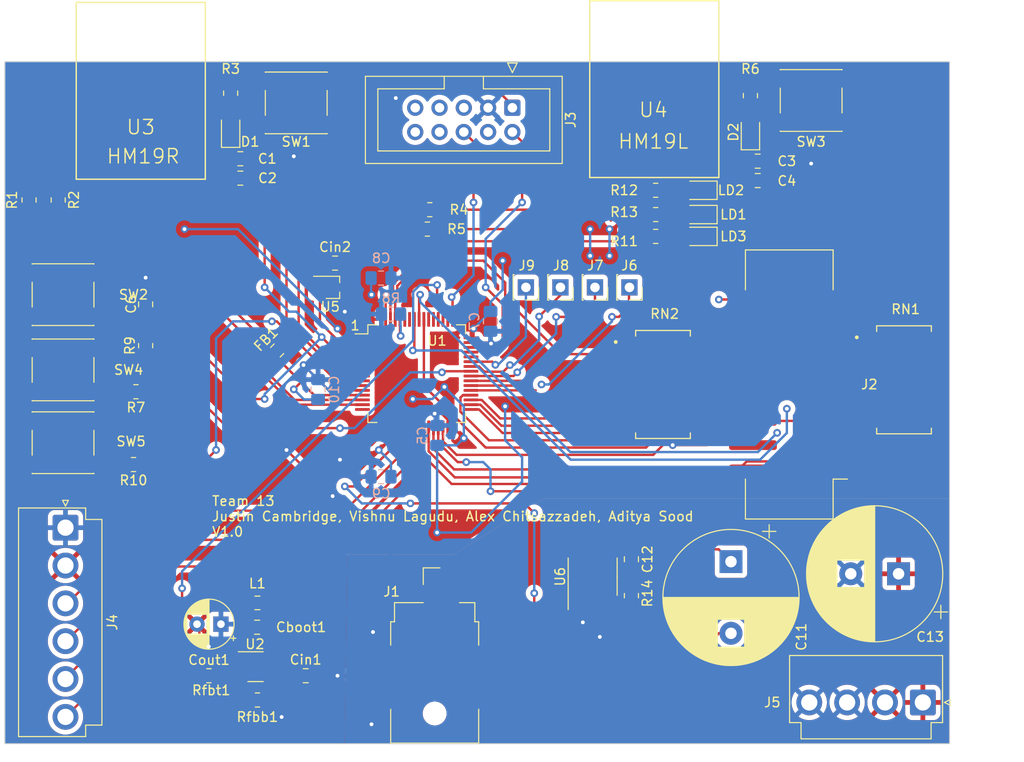
<source format=kicad_pcb>
(kicad_pcb (version 20221018) (generator pcbnew)
  (layers (0 "F.Cu" signal) (31 "B.Cu" signal) (34 "B.Paste" user) (35 "F.Paste" user) (36 "B.SilkS" user "B.Silkscreen") (37 "F.SilkS" user "F.Silkscreen") (38 "B.Mask" user) (39 "F.Mask" user) (44 "Edge.Cuts" user))
  (net 0 "")
  (net 1 "+5V")
  (net 2 "GND")
  (net 4 "+3.3V")
  (net 8 "/NRST")
  (net 10 "+3.3VA")
  (net 11 "Net-(C11-Pad1)")
  (net 12 "Net-(C11-Pad2)")
  (net 13 "Net-(C12-Pad2)")
  (net 15 "Net-(D1-A)")
  (net 16 "Net-(D2-A)")
  (net 19 "/PB0")
  (net 20 "/B0")
  (net 21 "/B1")
  (net 24 "/A0")
  (net 25 "/A2")
  (net 26 "/Clk")
  (net 27 "/BLNK")
  (net 28 "/G0")
  (net 29 "/G1")
  (net 30 "/A4")
  (net 31 "/A1")
  (net 32 "/A3")
  (net 33 "/LAT")
  (net 37 "/PA13")
  (net 39 "/PA14")
  (net 44 "/PA5")
  (net 49 "/MISO")
  (net 50 "/MOSI")
  (net 51 "/NSS")
  (net 52 "/EXTRA2")
  (net 53 "/EXTRA3")
  (net 54 "/EXTRA0")
  (net 55 "/EXTRA1")
  (net 56 "Net-(LD1-A)")
  (net 57 "Net-(U2-SW)")
  (net 58 "Net-(U2-FB)")
  (net 59 "Net-(U2-CB)")
  (net 64 "Net-(U3-PIO1)")
  (net 65 "Net-(LD2-A)")
  (net 67 "Net-(U3-UART_TX)")
  (net 69 "Net-(U3-UART_RX)")
  (net 71 "unconnected-(U4-NC-Pad6)")
  (net 77 "Net-(U4-PIO1)")
  (net 78 "Net-(LD3-A)")
  (net 80 "Net-(U4-UART_TX)")
  (net 82 "Net-(U4-UART_RX)")
  (net 86 "/PA1")
  (net 87 "/PA0")
  (net 88 "/PC1")
  (net 89 "/PC0")
  (net 90 "/PA8")
  (net 91 "Net-(R7-Pad2)")
  (net 92 "/BOOT0")
  (net 93 "/PC2")
  (net 94 "Net-(R10-Pad2)")
  (net 95 "/PC7")
  (net 96 "/PC8")
  (net 97 "Net-(U3-PIO0)")
  (net 98 "Net-(U4-PIO0)")
  (net 99 "/PF0")
  (net 100 "/DAC_OUT1")
  (net 101 "/PB6")
  (net 102 "/PB7")
  (net 106 "/PB3")
  (net 107 "Net-(J2-Pin_1)")
  (net 108 "Net-(J2-Pin_2)")
  (net 109 "Net-(J2-Pin_3)")
  (net 110 "Net-(J2-Pin_4)")
  (net 111 "Net-(J2-Pin_5)")
  (net 112 "Net-(J2-Pin_6)")
  (net 113 "Net-(J2-Pin_7)")
  (net 114 "Net-(J2-Pin_8)")
  (net 115 "Net-(J2-Pin_9)")
  (net 116 "Net-(J2-Pin_10)")
  (net 117 "Net-(J2-Pin_11)")
  (net 118 "Net-(J2-Pin_12)")
  (net 119 "Net-(J2-Pin_13)")
  (net 120 "Net-(J2-Pin_14)")
  (net 121 "Net-(J2-Pin_15)")
  (net 122 "Net-(J2-Pin_16)")
  (footprint "LED_SMD:LED_0805_2012Metric_Pad1.15x1.40mm_HandSolder" (layer "F.Cu") (at 161.789 104.394 180)
    (fp_text reference "LD3")
    (fp_text value "LED_Red" hide)
  )
  (footprint "Package_TO_SOT_SMD:SOT-23-6" (layer "F.Cu") (at 115.3785 149.418)
    (fp_text reference "U2")
    (fp_text value "LMR51430 (LMR54410)")
  )
  (footprint "Resistor_SMD:R_0805_2012Metric_Pad1.20x1.40mm_HandSolder" (layer "F.Cu") (at 102.616 128.27 180)
    (fp_text reference "R10")
    (fp_text value "1k")
  )
  (footprint "Capacitor_THT:CP_Radial_D5.0mm_P2.50mm" (layer "F.Cu") (at 111.76 144.969113 180)
    (fp_text reference "Cout1")
    (fp_text value "22uF")
  )
  (footprint "Connector_JST:JST_VH_B4P-VH-B_1x04_P3.96mm_Vertical" (layer "F.Cu") (at 185.166 153.162 180)
    (fp_text reference "J5")
    (fp_text value "Conn_01x04")
  )
  (footprint "Resistor_SMD:R_0805_2012Metric_Pad1.20x1.40mm_HandSolder" (layer "F.Cu") (at 103.886 115.824 90)
    (fp_text reference "R9")
    (fp_text value "100k" hide)
  )
  (footprint "Connector_JST:JST_VH_B6P-VH-B_1x06_P3.96mm_Vertical" (layer "F.Cu") (at 95.504 134.874 -90)
    (fp_text reference "J4")
    (fp_text value "Conn_01x06")
  )
  (footprint "477:Speaker" (layer "F.Cu") (at 153.416 147.2995 180)
    (fp_text reference "LS1" hide)
    (fp_text value "Speaker")
  )
  (footprint "Resistor_SMD:R_0805_2012Metric_Pad1.20x1.40mm_HandSolder" (layer "F.Cu") (at 94.742 100.584 -90)
    (fp_text reference "R2")
    (fp_text value "1k" hide)
  )
  (footprint "Capacitor_SMD:C_0805_2012Metric_Pad1.18x1.45mm_HandSolder" (layer "F.Cu") (at 115.5485 145.288 180)
    (fp_text reference "Cboot1")
    (fp_text value "0.1uF" hide)
  )
  (footprint "Resistor_SMD:R_0805_2012Metric_Pad1.20x1.40mm_HandSolder" (layer "F.Cu") (at 112.776 89.408 -90)
    (fp_text reference "R3")
    (fp_text value "470" hide)
  )
  (footprint "Capacitor_SMD:C_0805_2012Metric_Pad1.18x1.45mm_HandSolder" (layer "F.Cu") (at 113.792 96.266)
    (fp_text reference "C1")
    (fp_text value "10uF")
  )
  (footprint "Resistor_SMD:R_0805_2012Metric_Pad1.20x1.40mm_HandSolder" (layer "F.Cu") (at 133.35 103.632 180)
    (fp_text reference "R5")
    (fp_text value "1k" hide)
  )
  (footprint "LED_SMD:LED_0805_2012Metric_Pad1.15x1.40mm_HandSolder" (layer "F.Cu") (at 112.776 93.218 90)
    (fp_text reference "D1")
    (fp_text value "LED1" hide)
  )
  (footprint "Inductor_SMD:L_0805_2012Metric_Pad1.15x1.40mm_HandSolder" (layer "F.Cu") (at 115.5785 142.748 180)
    (fp_text reference "L1")
    (fp_text value "10uH" hide)
  )
  (footprint "Resistor_SMD:R_0805_2012Metric_Pad1.20x1.40mm_HandSolder" (layer "F.Cu") (at 91.694 100.584 -90)
    (fp_text reference "R1")
    (fp_text value "1k" hide)
  )
  (footprint "Connector_IDC:IDC-Header_2x08_P2.54mm_Vertical_SMD" (layer "F.Cu") (at 171.196 119.888 180)
    (fp_text reference "J2")
    (fp_text value "Conn_02x08_Odd_Even" hide)
  )
  (footprint "Button_Switch_SMD:SW_SPST_PTS645" (layer "F.Cu") (at 173.482 90.17)
    (fp_text reference "SW3")
    (fp_text value "~")
  )
  (footprint "Button_Switch_SMD:SW_SPST_PTS645" (layer "F.Cu") (at 95.25 118.364)
    (fp_text reference "SW4")
    (fp_text value "SW_Push" hide)
  )
  (footprint "Capacitor_SMD:C_0805_2012Metric_Pad1.18x1.45mm_HandSolder" (layer "F.Cu") (at 120.6285 150.368)
    (fp_text reference "Cin1")
    (fp_text value "2.2uF" hide)
  )
  (footprint "Capacitor_SMD:C_0805_2012Metric_Pad1.18x1.45mm_HandSolder" (layer "F.Cu") (at 103.886 111.506 -90)
    (fp_text reference "C6")
    (fp_text value "0.1uF" hide)
  )
  (footprint "477:HM-11-MODULE" (layer "F.Cu") (at 103.378 89.662)
    (fp_text reference "U3")
    (fp_text value "HM19R")
  )
  (footprint "Resistor_SMD:R_0805_2012Metric_Pad1.20x1.40mm_HandSolder" (layer "F.Cu") (at 157.224 99.568 180)
    (fp_text reference "R12")
    (fp_text value "1k" hide)
  )
  (footprint "Resistor_SMD:R_0805_2012Metric_Pad1.20x1.40mm_HandSolder" (layer "F.Cu") (at 115.5785 152.908)
    (fp_text reference "Rfbb1")
    (fp_text value "22.1k" hide)
  )
  (footprint "Connector_IDC:IDC-Header_2x05_P2.54mm_Vertical" (layer "F.Cu") (at 142.24 90.932 -90)
    (fp_text reference "J3")
    (fp_text value "Conn_02x05_Odd_Even")
  )
  (footprint "Button_Switch_SMD:SW_SPST_PTS645" (layer "F.Cu") (at 119.634 90.424)
    (fp_text reference "SW1")
    (fp_text value "~")
  )
  (footprint "Connector_PinSocket_2.54mm:PinSocket_1x01_P2.54mm_Vertical" (layer "F.Cu") (at 143.654 109.728 -90)
    (fp_text reference "J9")
    (fp_text value "Conn_01x01_Socket" hide)
  )
  (footprint "Package_SO:SOIC-8-1EP_3.9x4.9mm_P1.27mm_EP2.29x3mm" (layer "F.Cu") (at 150.634 139.9985 90)
    (fp_text reference "U6")
    (fp_text value "LM386")
  )
  (footprint "Resistor_SMD:R_0805_2012Metric_Pad1.20x1.40mm_HandSolder" (layer "F.Cu") (at 157.224 102.108 180)
    (fp_text reference "R11")
    (fp_text value "2k" hide)
  )
  (footprint "LED_SMD:LED_0805_2012Metric_Pad1.15x1.40mm_HandSolder" (layer "F.Cu") (at 167.132 93.472 90)
    (fp_text reference "D2")
    (fp_text value "LED1" hide)
  )
  (footprint "Connector_BarrelJack:BarrelJack_CUI_PJ-036AH-SMT_Horizontal" (layer "F.Cu") (at 134.112 147.32)
    (fp_text reference "J1")
    (fp_text value "Barrel_Jack_Switch")
  )
  (footprint "Resistor_SMD:R_0805_2012Metric_Pad1.20x1.40mm_HandSolder" (layer "F.Cu") (at 167.132 89.662 -90)
    (fp_text reference "R6")
    (fp_text value "470" hide)
  )
  (footprint "Connector_PinSocket_2.54mm:PinSocket_1x01_P2.54mm_Vertical" (layer "F.Cu") (at 147.264 109.728 -90)
    (fp_text reference "J8")
    (fp_text value "Conn_01x01_Socket" hide)
  )
  (footprint "LED_SMD:LED_0805_2012Metric_Pad1.15x1.40mm_HandSolder" (layer "F.Cu") (at 161.789 102.108 180)
    (fp_text reference "LD1")
    (fp_text value "LED_Yellow" hide)
  )
  (footprint "LED_SMD:LED_0805_2012Metric_Pad1.15x1.40mm_HandSolder" (layer "F.Cu") (at 161.789 99.568 180)
    (fp_text reference "LD2")
    (fp_text value "LED_Green" hide)
  )
  (footprint "Capacitor_SMD:C_0805_2012Metric_Pad1.18x1.45mm_HandSolder" (layer "F.Cu") (at 167.894 96.52)
    (fp_text reference "C3")
    (fp_text value "10uF" hide)
  )
  (footprint "477:HM-11-MODULE" (layer "F.Cu") (at 157.08 89.480695)
    (fp_text reference "U4")
    (fp_text value "HM19L")
  )
  (footprint "Capacitor_THT:CP_Radial_D14.0mm_P5.00mm" (layer "F.Cu") (at 182.626 139.7 180)
    (fp_text reference "C13")
    (fp_text value "C_Small")
  )
  (footprint "Library:SOIC127P762X240-16N" (layer "F.Cu") (at 157.988 119.888)
    (fp_text reference "RN2")
    (fp_text value "R_Pack08")
  )
  (footprint "Capacitor_THT:CP_Radial_D14.0mm_P7.50mm" (layer "F.Cu") (at 165.1 138.43 -90)
    (fp_text reference "C11")
    (fp_text value "250uF")
  )
  (footprint "Capacitor_SMD:C_0805_2012Metric_Pad1.18x1.45mm_HandSolder" (layer "F.Cu") (at 123.698 107.188)
    (fp_text reference "Cin2")
    (fp_text value "0.1uF" hide)
  )
  (footprint "Capacitor_SMD:C_0805_2012Metric_Pad1.18x1.45mm_HandSolder" (layer "F.Cu") (at 154.686 138.176 -90)
    (fp_text reference "C12")
    (fp_text value ".05uF" hide)
  )
  (footprint "Resistor_SMD:R_0805_2012Metric_Pad1.20x1.40mm_HandSolder" (layer "F.Cu") (at 110.506 150.368)
    (fp_text reference "Rfbt1")
    (fp_text value "69.8k" hide)
  )
  (footprint "Connector_PinSocket_2.54mm:PinSocket_1x01_P2.54mm_Vertical" (layer "F.Cu") (at 150.876 109.728 -90)
    (fp_text reference "J7")
    (fp_text value "Conn_01x01_Socket" hide)
  )
  (footprint "Inductor_SMD:L_0805_2012Metric_Pad1.15x1.40mm_HandSolder" (layer "F.Cu") (at 117.639216 116.332 45)
    (fp_text reference "FB1")
    (fp_text value "Ferrite Bead" hide)
  )
  (footprint "Package_QFP:LQFP-64_10x10mm_P0.5mm" (layer "F.Cu") (at 132.235 118.755)
    (fp_text reference "U1")
    (fp_text value "STM32F091RCTx")
  )
  (footprint "Capacitor_SMD:C_0805_2012Metric_Pad1.18x1.45mm_HandSolder" (layer "F.Cu") (at 167.894 98.552)
    (fp_text reference "C4")
    (fp_text value "0.1uF" hide)
  )
  (footprint "Package_TO_SOT_SMD:SOT-323_SC-70_Handsoldering" (layer "F.Cu") (at 123.444 109.728)
    (fp_text reference "U5")
    (fp_text value "MAX7375AXR805" hide)
  )
  (footprint "Resistor_SMD:R_0805_2012Metric_Pad1.20x1.40mm_HandSolder" (layer "F.Cu") (at 154.686 141.986 90)
    (fp_text reference "R14")
    (fp_text value "470" hide)
  )
  (footprint "Connector_PinSocket_2.54mm:PinSocket_1x01_P2.54mm_Vertical" (layer "F.Cu") (at 154.482 109.728 -90)
    (fp_text reference "J6")
    (fp_text value "Conn_01x01_Socket" hide)
  )
  (footprint "Resistor_SMD:R_0805_2012Metric_Pad1.20x1.40mm_HandSolder" (layer "F.Cu") (at 133.604 101.6 180)
    (fp_text reference "R4")
    (fp_text value "1k" hide)
  )
  (footprint "Resistor_SMD:R_0805_2012Metric_Pad1.20x1.40mm_HandSolder" (layer "F.Cu") (at 157.224 104.394)
    (fp_text reference "R13")
    (fp_text value "1k" hide)
  )
  (footprint "Capacitor_SMD:C_0805_2012Metric_Pad1.18x1.45mm_HandSolder" (layer "F.Cu") (at 113.792 98.298)
    (fp_text reference "C2")
    (fp_text value "0.1uF" hide)
  )
  (footprint "Button_Switch_SMD:SW_SPST_PTS645" (layer "F.Cu") (at 95.25 110.49)
    (fp_text reference "SW2")
    (fp_text value "~")
  )
  (footprint "Library:SOIC127P762X240-16N" (layer "F.Cu") (at 183.195 119.40159)
    (fp_text reference "RN1")
    (fp_text value "R_Pack08")
  )
  (footprint "Resistor_SMD:R_0805_2012Metric_Pad1.20x1.40mm_HandSolder" (layer "F.Cu") (at 102.87 120.65 180)
    (fp_text reference "R7")
    (fp_text value "1k" hide)
  )
  (footprint "Button_Switch_SMD:SW_SPST_PTS645" (layer "F.Cu") (at 95.25 125.984)
    (fp_text reference "SW5")
    (fp_text value "SW_Push" hide)
  )
  (footprint "Capacitor_SMD:C_0805_2012Metric_Pad1.18x1.45mm_HandSolder" (layer "B.Cu") (at 128.5025 129.54 180)
    (fp_text reference "C9")
    (fp_text value ".1uF" hide)
  )
  (footprint "Capacitor_SMD:C_0805_2012Metric_Pad1.18x1.45mm_HandSolder" (layer "B.Cu") (at 139.954 113.284 -90)
    (fp_text reference "C7")
    (fp_text value ".1uF" hide)
  )
  (footprint "Capacitor_SMD:C_0805_2012Metric_Pad1.18x1.45mm_HandSolder" (layer "B.Cu") (at 134.366 125.222 90)
    (fp_text reference "C5")
    (fp_text value ".1uF" hide)
  )
  (footprint "Resistor_SMD:R_0805_2012Metric_Pad1.20x1.40mm_HandSolder" (layer "B.Cu") (at 129.54 112.522 180)
    (fp_text reference "R8")
    (fp_text value "100K" hide)
  )
  (footprint "Capacitor_SMD:C_0805_2012Metric_Pad1.18x1.45mm_HandSolder" (layer "B.Cu") (at 128.5025 108.755)
    (fp_text reference "C8")
    (fp_text value ".1uF" hide)
  )
  (footprint "Capacitor_SMD:C_0805_2012Metric_Pad1.18x1.45mm_HandSolder" (layer "B.Cu") (at 121.92 120.4175 90)
    (fp_text reference "C10")
    (fp_text value ".1uF" hide)
  )
  (gr_rect (start 89.154 86.106) (end 187.96 157.48) (stroke (width 0.1)) (fill none) (layer "Edge.Cuts"))
  (gr_text "1" (at 125.222 114.3) (layer "F.SilkS") (effects (font (size 1 1)) (justify left bottom)))
  (gr_text "Team 13\nJustin Cambridge, Vishnu Lagudu, Alex Chitsazzadeh, Aditya Sood\nV1.0" (at 110.744 135.89) (layer "F.SilkS") (effects (font (size 1 1)) (justify left bottom)))
  (segment (start 136.217 129.613) (end 133.485 126.881) (width 0.25) (layer "F.Cu") (net 0))
  (segment (start 165.07231 129.613) (end 136.217 129.613) (width 0.25) (layer "F.Cu") (net 0))
  (segment (start 133.485 126.881) (end 133.485 124.43) (width 0.25) (layer "F.Cu") (net 0))
  (segment (start 172.679999 123.698) (end 173.005 124.023001) (width 0.25) (layer "F.Cu") (net 0))
  (segment (start 172.031 127.943) (end 166.74231 127.943) (width 0.25) (layer "F.Cu") (net 0))
  (segment (start 166.74231 127.943) (end 165.07231 129.613) (width 0.25) (layer "F.Cu") (net 0))
  (segment (start 170.18 123.698) (end 172.679999 123.698) (width 0.25) (layer "F.Cu") (net 0))
  (segment (start 173.005 124.023001) (end 173.005 126.969) (width 0.25) (layer "F.Cu") (net 0))
  (segment (start 173.005 126.969) (end 172.031 127.943) (width 0.25) (layer "F.Cu") (net 0))
  (segment (start 151.269 137.5235) (end 151.269 135.521) (width 0.25) (layer "F.Cu") (net 1))
  (segment (start 117.922 149.418) (end 118.11 149.606) (width 0.25) (layer "F.Cu") (net 1))
  (segment (start 116.516 149.418) (end 117.856 149.418) (width 0.25) (layer "F.Cu") (net 1))
  (segment (start 151.269 135.521) (end 151.13 135.382) (width 0.25) (layer "F.Cu") (net 1))
  (segment (start 134.812 141.52) (end 134.77 141.478) (width 0.5) (layer "F.Cu") (net 1))
  (segment (start 111.76 147.066) (end 110.744 147.066) (width 0.25) (layer "F.Cu") (net 2))
  (segment (start 127.508 155.448) (end 127.662 155.294) (width 0.25) (layer "F.Cu") (net 2))
  (segment (start 149.999 142.4735) (end 149.999 144.387) (width 0.25) (layer "F.Cu") (net 2))
  (segment (start 152.539 142.4735) (end 153.0515 142.986) (width 0.25) (layer "F.Cu") (net 2))
  (segment (start 103.886 108.712) (end 103.886 110.4685) (width 0.25) (layer "F.Cu") (net 2))
  (segment (start 127.508 126.238) (end 128.216 125.53) (width 0.25) (layer "F.Cu") (net 2))
  (segment (start 113.578501 149.418) (end 114.241 149.418) (width 0.25) (layer "F.Cu") (net 2))
  (segment (start 165.365695 92.730695) (end 167.132 94.497) (width 0.25) (layer "F.Cu") (net 2))
  (segment (start 124.7355 107.8515) (end 124.7355 107.188) (width 0.25) (layer "F.Cu") (net 2))
  (segment (start 170.688 93.606) (end 169.502 92.42) (width 0.25) (layer "F.Cu") (net 2))
  (segment (start 91.27 108.24) (end 99.23 108.24) (width 0.25) (layer "F.Cu") (net 2))
  (segment (start 169.502 92.42) (end 177.462 92.42) (width 0.25) (layer "F.Cu") (net 2))
  (segment (start 159.004 126.238) (end 162.58 126.238) (width 0.25) (layer "F.Cu") (net 2))
  (segment (start 121.666 151.638) (end 121.666 150.368) (width 0.25) (layer "F.Cu") (net 2))
  (segment (start 111.76 147.599499) (end 113.578501 149.418) (width 0.25) (layer "F.Cu") (net 2))
  (segment (start 125.73 126.238) (end 127.508 126.238) (width 0.25) (layer "F.Cu") (net 2))
  (segment (start 124.774 107.89) (end 124.7355 107.8515) (width 0.25) (layer "F.Cu") (net 2))
  (segment (start 130.048 89.916) (end 131.064 88.9) (width 0.25) (layer "F.Cu") (net 2))
  (segment (start 152.539 142.4735) (end 152.539 145.149) (width 0.25) (layer "F.Cu") (net 2))
  (segment (start 167.425 94.497) (end 169.502 92.42) (width 0.25) (layer "F.Cu") (net 2))
  (segment (start 124.774 109.728) (end 124.774 112.208) (width 0.25) (layer "F.Cu") (net 2))
  (segment (start 111.76 147.066) (end 111.76 147.599499) (width 0.25) (layer "F.Cu") (net 2))
  (segment (start 120.904 96.012) (end 123.614 93.302) (width 0.25) (layer "F.Cu") (net 2))
  (segment (start 169.502 92.42) (end 169.502 95.9495) (width 0.25) (layer "F.Cu") (net 2))
  (segment (start 168.9315 98.552) (end 170.688 96.7955) (width 0.25) (layer "F.Cu") (net 2))
  (segment (start 103.414 108.24) (end 99.23 108.24) (width 0.25) (layer "F.Cu") (net 2))
  (segment (start 127.51 150.368) (end 127.662 150.52) (width 0.5) (layer "F.Cu") (net 2))
  (segment (start 127.662 145.796) (end 127.662 150.52) (width 0.5) (layer "F.Cu") (net 2))
  (segment (start 137.668 88.9) (end 139.7 90.932) (width 0.25) (layer "F.Cu") (net 2))
  (segment (start 153.0515 142.986) (end 154.686 142.986) (width 0.25) (layer "F.Cu") (net 2))
  (segment (start 135.485 124.43) (end 135.485 123.587236) (width 0.25) (layer "F.Cu") (net 2))
  (segment (start 177.462 92.794) (end 173.482 96.774) (width 0.25) (layer "F.Cu") (net 2))
  (segment (start 116.5785 152.908) (end 118.618 152.908) (width 0.25) (layer "F.Cu") (net 2))
  (segment (start 127.662 155.294) (end 127.662 150.52) (width 0.5) (layer "F.Cu") (net 2))
  (segment (start 119.38 96.012) (end 115.0835 96.012) (width 0.25) (layer "F.Cu") (net 2))
  (segment (start 163.83 92.730695) (end 165.365695 92.730695) (width 0.25) (layer "F.Cu") (net 2))
  (segment (start 140.006434 115.607) (end 139.904434 115.505) (width 0.25) (layer "F.Cu") (net 2))
  (segment (start 119.38 97.282) (end 118.618 98.044) (width 0.25) (layer "F.Cu") (net 2))
  (segment (start 148.336 151.4905) (end 152.539 147.2875) (width 0.25) (layer "F.Cu") (net 2))
  (segment (start 152.539 147.2875) (end 152.539 142.4735) (width 0.25) (layer "F.Cu") (net 2))
  (segment (start 115.0835 98.044) (end 114.8295 98.298) (width 0.25) (layer "F.Cu") (net 2))
  (segment (start 128.727764 125.53) (end 128.985 125.272764) (width 0.25) (layer "F.Cu") (net 2))
  (segment (start 118.618 152.908) (end 118.618 154.178) (width 0.25) (layer "F.Cu") (net 2))
  (segment (start 135.485 123.587236) (end 134.833764 122.936) (width 0.25) (layer "F.Cu") (net 2))
  (segment (start 152.539 145.149) (end 151.384 146.304) (width 0.25) (layer "F.Cu") (net 2))
  (segment (start 123.614 93.302) (end 123.614 92.674) (width 0.25) (layer "F.Cu") (net 2))
  (segment (start 167.132 94.497) (end 167.425 94.497) (width 0.25) (layer "F.Cu") (net 2))
  (segment (start 162.814 99.568) (end 162.814 102.108) (width 0.25) (layer "F.Cu") (net 2))
  (segment (start 115.654 92.674) (end 115.654 95.4415) (width 0.25) (layer "F.Cu") (net 2))
  (segment (start 115.654 95.4415) (end 114.8295 96.266) (width 0.25) (layer "F.Cu") (net 2))
  (segment (start 118.618 152.908) (end 120.396 152.908) (width 0.25) (layer "F.Cu") (net 2))
  (segment (start 115.0835 96.012) (end 114.8295 96.266) (width 0.25) (layer "F.Cu") (net 2))
  (segment (start 114.085 94.243) (end 112.776 94.243) (width 0.25) (layer "F.Cu") (net 2))
  (segment (start 134.833764 122.936) (end 134.112 122.936) (width 0.25) (layer "F.Cu") (net 2))
  (segment (start 169.502 95.9495) (end 168.9315 96.52) (width 0.25) (layer "F.Cu") (net 2))
  (segment (start 110.18 92.964) (end 110.128 92.912) (width 0.25) (layer "F.Cu") (net 2))
  (segment (start 177.462 92.42) (end 177.462 92.794) (width 0.25) (layer "F.Cu") (net 2))
  (segment (start 120.396 152.908) (end 121.666 151.638) (width 0.25) (layer "F.Cu") (net 2))
  (segment (start 118.618 154.178) (end 118.11 154.686) (width 0.25) (layer "F.Cu") (net 2))
  (segment (start 115.654 92.674) (end 114.085 94.243) (width 0.25) (layer "F.Cu") (net 2))
  (segment (start 124.774 112.208) (end 124.714 112.268) (width 0.25) (layer "F.Cu") (net 2))
  (segment (start 119.38 96.012) (end 119.38 97.282) (width 0.25) (layer "F.Cu") (net 2))
  (segment (start 162.814 102.108) (end 165.354 102.108) (width 0.25) (layer "F.Cu") (net 2))
  (segment (start 119.38 96.012) (end 120.904 96.012) (width 0.25) (layer "F.Cu") (net 2))
  (segment (start 110.744 92.964) (end 110.18 92.964) (width 0.25) (layer "F.Cu") (net 2))
  (segment (start 111.76 145.0555) (end 111.76 147.066) (width 0.25) (layer "F.Cu") (net 2))
  (segment (start 126.56 120.505) (end 123.045 120.505) (width 0.25) (layer "F.Cu") (net 2))
  (segment (start 128.216 125.53) (end 128.727764 125.53) (width 0.25) (layer "F.Cu") (net 2))
  (segment (start 118.618 98.044) (end 115.0835 98.044) (width 0.25) (layer "F.Cu") (net 2))
  (segment (start 112.776 94.243) (end 112.023 94.243) (width 0.25) (layer "F.Cu") (net 2))
  (segment (start 149.999 144.387) (end 149.606 144.78) (width 0.25) (layer "F.Cu") (net 2))
  (segment (start 123.952 150.368) (end 127.51 150.368) (width 0.5) (layer "F.Cu") (net 2))
  (segment (start 123.045 120.505) (end 120.396 117.856) (width 0.25) (layer "F.Cu") (net 2))
  (segment (start 103.886 108.712) (end 103.414 108.24) (width 0.25) (layer "F.Cu") (net 2))
  (segment (start 170.688 96.7955) (end 170.688 93.606) (width 0.25) (layer "F.Cu") (net 2))
  (segment (start 139.904434 115.505) (end 137.91 115.505) (width 0.25) (layer "F.Cu") (net 2))
  (segment (start 131.064 88.9) (end 137.668 88.9) (width 0.25) (layer "F.Cu") (net 2))
  (segment (start 110.744 147.066) (end 110.49 147.32) (width 0.25) (layer "F.Cu") (net 2))
  (segment (start 124.774 109.728) (end 124.774 107.89) (width 0.25) (layer "F.Cu") (net 2))
  (segment (start 124.206 127.762) (end 125.73 126.238) (width 0.25) (layer "F.Cu") (net 2))
  (segment (start 128.985 125.272764) (end 128.985 124.43) (width 0.25) (layer "F.Cu") (net 2))
  (segment (start 129.032 110.49) (end 128.985 110.537) (width 0.25) (layer "F.Cu") (net 2))
  (segment (start 118.618 126.746) (end 123.444 131.572) (width 0.25) (layer "F.Cu") (net 2))
  (segment (start 128.985 110.537) (end 128.985 113.08) (width 0.25) (layer "F.Cu") (net 2))
  (segment (start 112.023 94.243) (end 110.744 92.964) (width 0.25) (layer "F.Cu") (net 2))
  (segment (start 162.814 104.394) (end 162.814 102.108) (width 0.25) (layer "F.Cu") (net 2))
  (via (at 119.38 96.012) (size 0.8) (drill 0.4) (layers "F.Cu" "B.Cu") (net 2))
  (via (at 173.482 96.774) (size 0.8) (drill 0.4) (layers "F.Cu" "B.Cu") (net 2))
  (via (at 110.49 147.32) (size 0.8) (drill 0.4) (layers "F.Cu" "B.Cu") (net 2))
  (via (at 123.444 131.572) (size 0.8) (drill 0.4) (layers "F.Cu" "B.Cu") (net 2))
  (via (at 118.11 154.686) (size 0.8) (drill 0.4) (layers "F.Cu" "B.Cu") (net 2))
  (via (at 127.662 145.796) (size 0.8) (drill 0.4) (layers "F.Cu" "B.Cu") (net 2))
  (via (at 123.952 150.368) (size 0.8) (drill 0.4) (layers "F.Cu" "B.Cu") (net 2))
  (via (at 159.004 126.238) (size 0.8) (drill 0.4) (layers "F.Cu" "B.Cu") (net 2))
  (via (at 124.206 127.762) (size 0.8) (drill 0.4) (layers "F.Cu" "B.Cu") (net 2))
  (via (at 130.048 89.916) (size 0.8) (drill 0.4) (layers "F.Cu" "B.Cu") (net 2))
  (via (at 134.112 122.936) (size 0.8) (drill 0.4) (layers "F.Cu" "B.Cu") (net 2))
  (via (at 118.618 126.746) (size 0.8) (drill 0.4) (layers "F.Cu" "B.Cu") (net 2))
  (via (at 127.508 155.448) (size 0.8) (drill 0.4) (layers "F.Cu" "B.Cu") (net 2))
  (via (at 120.396 117.856) (size 0.8) (drill 0.4) (layers "F.Cu" "B.Cu") (net 2))
  (via (at 149.606 144.78) (size 0.8) (drill 0.4) (layers "F.Cu" "B.Cu") (net 2))
  (via (at 103.886 108.712) (size 0.8) (drill 0.4) (layers "F.Cu" "B.Cu") (net 2))
  (via (at 140.006434 115.607) (size 0.8) (drill 0.4) (layers "F.Cu" "B.Cu") (net 2))
  (via (at 151.384 146.304) (size 0.8) (drill 0.4) (layers "F.Cu" "B.Cu") (net 2))
  (via (at 129.032 110.49) (size 0.8) (drill 0.4) (layers "F.Cu" "B.Cu") (net 2))
  (via (at 124.714 112.268) (size 0.8) (drill 0.4) (layers "F.Cu" "B.Cu") (net 2))
  (segment (start 123.444 131.572) (end 130.302 138.43) (width 0.25) (layer "B.Cu") (net 2))
  (segment (start 175.979 116.375) (end 176.022 116.332) (width 0.25) (layer "B.Cu") (net 2))
  (segment (start 120.396 117.856) (end 121.92 119.38) (width 0.25) (layer "B.Cu") (net 2))
  (segment (start 130.302 138.43) (end 130.302 139.192) (width 0.25) (layer "B.Cu") (net 2))
  (segment (start 121.92 119.38) (end 123.62915 121.08915) (width 0.25) (layer "B.Cu") (net 2))
  (segment (start 129.54 109.982) (end 129.032 110.49) (width 0.25) (layer "B.Cu") (net 2))
  (segment (start 139.954 114.3215) (end 139.9755 114.3) (width 0.25) (layer "B.Cu") (net 2))
  (segment (start 123.62915 121.73485) (end 118.618 126.746) (width 0.25) (layer "B.Cu") (net 2))
  (segment (start 134.112 122.936) (end 134.112 123.9305) (width 0.25) (layer "B.Cu") (net 2))
  (segment (start 134.112 123.9305) (end 134.366 124.1845) (width 0.25) (layer "B.Cu") (net 2))
  (segment (start 139.9755 114.3) (end 142.494 114.3) (width 0.25) (layer "B.Cu") (net 2))
  (segment (start 123.62915 121.08915) (end 123.62915 121.73485) (width 0.25) (layer "B.Cu") (net 2))
  (segment (start 129.54 108.755) (end 129.54 109.982) (width 0.25) (layer "B.Cu") (net 2))
  (segment (start 140.006434 115.607) (end 139.954 115.554566) (width 0.25) (layer "B.Cu") (net 2))
  (segment (start 159.004 126.238) (end 157.988 125.222) (width 0.25) (layer "B.Cu") (net 2))
  (segment (start 139.954 115.554566) (end 139.954 114.3215) (width 0.25) (layer "B.Cu") (net 2))
  (segment (start 109.506 144.748) (end 111.506 142.748) (width 0.25) (layer "F.Cu") (net 4))
  (segment (start 138.176 114.046) (end 138.176 114.739) (width 0.25) (layer "F.Cu") (net 4))
  (segment (start 99.23 116.114) (end 103.176 116.114) (width 0.25) (layer "F.Cu") (net 4))
  (segment (start 112.7545 96.266) (end 112.4005 95.912) (width 0.25) (layer "F.Cu") (net 4))
  (segment (start 135.985 124.43) (end 136.077 124.43) (width 0.25) (layer "F.Cu") (net 4))
  (segment (start 166.8565 96.52) (end 164.619305 96.52) (width 0.25) (layer "F.Cu") (net 4))
  (segment (start 163.83 97.230695) (end 165.535195 97.230695) (width 0.25) (layer "F.Cu") (net 4))
  (segment (start 112.4005 95.912) (end 110.128 95.912) (width 0.25) (layer "F.Cu") (net 4))
  (segment (start 109.506 150.368) (end 109.506 144.748) (width 0.25) (layer "F.Cu") (net 4))
  (segment (start 126.56 115.005) (end 124.911 115.005) (width 0.25) (layer "F.Cu") (net 4))
  (segment (start 103.176 116.114) (end 103.886 116.824) (width 0.25) (layer "F.Cu") (net 4))
  (segment (start 165.535195 97.230695) (end 166.8565 98.552) (width 0.25) (layer "F.Cu") (net 4))
  (segment (start 110.128 97.412) (end 111.128 97.412) (width 0.25) (layer "F.Cu") (net 4))
  (segment (start 167.4085 95.802) (end 166.8565 96.354) (width 0.25) (layer "F.Cu") (net 4))
  (segment (start 129.485 125.531) (end 128.27 126.746) (width 0.25) (layer "F.Cu") (net 4))
  (segment (start 128.485 111.467) (end 128.485 113.08) (width 0.25) (layer "F.Cu") (net 4))
  (segment (start 166.8565 96.354) (end 166.8565 96.52) (width 0.25) (layer "F.Cu") (net 4))
  (segment (start 124.911 115.005) (end 123.952 114.046) (width 0.25) (layer "F.Cu") (net 4))
  (segment (start 111.506 142.748) (end 114.5535 142.748) (width 0.25) (layer "F.Cu") (net 4))
  (segment (start 123.952 114.046) (end 124.079 114.173) (width 0.25) (layer "F.Cu") (net 4))
  (segment (start 112.014 98.298) (end 112.7545 98.298) (width 0.25) (layer "F.Cu") (net 4))
  (segment (start 138.176 114.739) (end 137.91 115.005) (width 0.25) (layer "F.Cu") (net 4))
  (segment (start 164.619305 96.52) (end 163.83 95.730695) (width 0.25) (layer "F.Cu") (net 4))
  (segment (start 136.077 124.43) (end 137.16 125.513) (width 0.25) (layer "F.Cu") (net 4))
  (segment (start 91.27 123.734) (end 99.23 123.734) (width 0.25) (layer "F.Cu") (net 4))
  (segment (start 127.508 110.49) (end 128.485 111.467) (width 0.25) (layer "F.Cu") (net 4))
  (segment (start 111.128 97.412) (end 112.014 98.298) (width 0.25) (layer "F.Cu") (net 4))
  (segment (start 91.27 116.114) (end 99.23 116.114) (width 0.25) (layer "F.Cu") (net 4))
  (segment (start 129.485 124.43) (end 129.485 125.531) (width 0.25) (layer "F.Cu") (net 4))
  (via (at 123.952 114.046) (size 0.8) (drill 0.4) (layers "F.Cu" "B.Cu") (net 4))
  (via (at 150.368 106.426) (size 0.8) (drill 0.4) (layers "F.Cu" "B.Cu") (net 4))
  (via (at 131.826 121.412) (size 0.8) (drill 0.4) (layers "F.Cu" "B.Cu") (net 4))
  (via (at 137.16 125.513) (size 0.8) (drill 0.4) (layers "F.Cu" "B.Cu") (net 4))
  (via (at 141.478 122.174) (size 0.8) (drill 0.4) (layers "F.Cu" "B.Cu") (net 4))
  (via (at 141.224 106.934) (size 0.8) (drill 0.4) (layers "F.Cu" "B.Cu") (net 4))
  (via (at 107.95 103.632) (size 0.8) (drill 0.4) (layers "F.Cu" "B.Cu") (net 4))
  (via (at 134.366 135.382) (size 0.8) (drill 0.4) (layers "F.Cu" "B.Cu") (net 4))
  (via (at 135.128 120.142) (size 0.8) (drill 0.4) (layers "F.Cu" "B.Cu") (net 4))
  (via (at 150.368 103.632) (size 0.8) (drill 0.4) (layers "F.Cu" "B.Cu") (net 4))
  (via (at 138.176 114.046) (size 0.8) (drill 0.4) (layers "F.Cu" "B.Cu") (net 4))
  (via (at 128.27 126.746) (size 0.8) (drill 0.4) (layers "F.Cu" "B.Cu") (net 4))
  (via (at 152.4 106.426) (size 0.8) (drill 0.4) (layers "F.Cu" "B.Cu") (net 4))
  (via (at 127.508 110.49) (size 0.8) (drill 0.4) (layers "F.Cu" "B.Cu") (net 4))
  (via (at 152.4 103.632) (size 0.8) (drill 0.4) (layers "F.Cu" "B.Cu") (net 4))
  (segment (start 127.465 108.755) (end 127.465 110.447) (width 0.25) (layer "B.Cu") (net 4))
  (segment (start 143.256 130.048) (end 143.256 127.508) (width 0.25) (layer "B.Cu") (net 4))
  (segment (start 113.538 103.632) (end 107.95 103.632) (width 0.25) (layer "B.Cu") (net 4))
  (segment (start 141.478 122.174) (end 141.478 125.73) (width 0.25) (layer "B.Cu") (net 4))
  (segment (start 139.954 112.2465) (end 139.954 111.252) (width 0.25) (layer "B.Cu") (net 4))
  (segment (start 127.465 110.447) (end 127.508 110.49) (width 0.25) (layer "B.Cu") (net 4))
  (segment (start 134.366 135.382) (end 137.922 135.382) (width 0.25) (layer "B.Cu") (net 4))
  (segment (start 137.16 125.513) (end 137.16 122.174) (width 0.25) (layer "B.Cu") (net 4))
  (segment (start 137.16 122.174) (end 135.128 120.142) (width 0.25) (layer "B.Cu") (net 4))
  (segment (start 134.366 126.2595) (end 136.4135 126.2595) (width 0.25) (layer "B.Cu") (net 4))
  (segment (start 137.922 135.382) (end 143.256 130.048) (width 0.25) (layer "B.Cu") (net 4))
  (segment (start 134.366 126.2595) (end 134.366 135.382) (width 0.25) (layer "B.Cu") (net 4))
  (segment (start 136.4135 126.2595) (end 137.16 125.513) (width 0.25) (layer "B.Cu") (net 4))
  (segment (start 133.858 121.412) (end 131.826 121.412) (width 0.25) (layer "B.Cu") (net 4))
  (segment (start 141.478 125.73) (end 143.256 127.508) (width 0.25) (layer "B.Cu") (net 4))
  (segment (start 141.224 109.982) (end 141.224 106.934) (width 0.25) (layer "B.Cu") (net 4))
  (segment (start 139.954 111.252) (end 141.224 109.982) (width 0.25) (layer "B.Cu") (net 4))
  (segment (start 138.176 114.046) (end 139.954 112.268) (width 0.25) (layer "B.Cu") (net 4))
  (segment (start 152.4 103.632) (end 152.4 106.426) (width 0.25) (layer "B.Cu") (net 4))
  (segment (start 139.954 112.268) (end 139.954 112.2465) (width 0.25) (layer "B.Cu") (net 4))
  (segment (start 135.128 120.142) (end 133.858 121.412) (width 0.25) (layer "B.Cu") (net 4))
  (segment (start 128.27 126.746) (end 129.54 128.016) (width 0.25) (layer "B.Cu") (net 4))
  (segment (start 150.368 103.632) (end 150.368 106.426) (width 0.25) (layer "B.Cu") (net 4))
  (segment (start 137.16 125.513) (end 137.123 125.513) (width 0.25) (layer "B.Cu") (net 4))
  (segment (start 123.952 114.046) (end 113.538 103.632) (width 0.25) (layer "B.Cu") (net 4))
  (segment (start 129.54 128.016) (end 129.54 129.54) (width 0.25) (layer "B.Cu") (net 4))
  (segment (start 116.332 102.616) (end 128.731695 90.216305) (width 0.25) (layer "F.Cu") (net 8))
  (segment (start 99.23 112.74) (end 100.532 112.74) (width 0.25) (layer "F.Cu") (net 8))
  (segment (start 139.192 87.63) (end 142.24 90.678) (width 0.25) (layer "F.Cu") (net 8))
  (segment (start 142.24 90.678) (end 142.24 90.932) (width 0.25) (layer "F.Cu") (net 8))
  (segment (start 103.87 114.3) (end 103.87 112.5595) (width 0.25) (layer "F.Cu") (net 8))
  (segment (start 103.886 114.316) (end 103.87 114.3) (width 0.25) (layer "F.Cu") (net 8))
  (segment (start 100.532 112.74) (end 102.616 114.824) (width 0.25) (layer "F.Cu") (net 8))
  (segment (start 122.301 114.935) (end 125.371 118.005) (width 0.25) (layer "F.Cu") (net 8))
  (segment (start 128.524 90.414695) (end 131.308695 87.63) (width 0.25) (layer "F.Cu") (net 8))
  (segment (start 102.616 114.824) (end 103.886 114.824) (width 0.25) (layer "F.Cu") (net 8))
  (segment (start 114.554 121.412) (end 116.332 121.412) (width 0.25) (layer "F.Cu") (net 8))
  (segment (start 128.524 90.424) (end 128.524 90.414695) (width 0.25) (layer "F.Cu") (net 8))
  (segment (start 125.371 118.005) (end 126.56 118.005) (width 0.25) (layer "F.Cu") (net 8))
  (segment (start 105.6855 112.5435) (end 114.554 121.412) (width 0.25) (layer "F.Cu") (net 8))
  (segment (start 116.332 109.728) (end 116.332 102.616) (width 0.25) (layer "F.Cu") (net 8))
  (segment (start 131.308695 87.63) (end 139.192 87.63) (width 0.25) (layer "F.Cu") (net 8))
  (segment (start 91.27 112.74) (end 99.23 112.74) (width 0.25) (layer "F.Cu") (net 8))
  (segment (start 103.87 112.5595) (end 103.886 112.5435) (width 0.25) (layer "F.Cu") (net 8))
  (segment (start 103.886 112.5435) (end 105.6855 112.5435) (width 0.25) (layer "F.Cu") (net 8))
  (segment (start 103.886 114.824) (end 103.886 114.316) (width 0.25) (layer "F.Cu") (net 8))
  (via (at 116.332 109.728) (size 0.8) (drill 0.4) (layers "F.Cu" "B.Cu") (net 8))
  (via (at 122.301 114.935) (size 0.8) (drill 0.4) (layers "F.Cu" "B.Cu") (net 8))
  (via (at 116.332 121.412) (size 0.8) (drill 0.4) (layers "F.Cu" "B.Cu") (net 8))
  (segment (start 119.634 112.268) (end 118.872 112.268) (width 0.25) (layer "B.Cu") (net 8))
  (segment (start 116.332 120.894695) (end 116.332 121.412) (width 0.25) (layer "B.Cu") (net 8))
  (segment (start 122.301 114.935) (end 119.634 112.268) (width 0.25) (layer "B.Cu") (net 8))
  (segment (start 122.291695 114.935) (end 116.332 120.894695) (width 0.25) (layer "B.Cu") (net 8))
  (segment (start 122.301 114.935) (end 122.291695 114.935) (width 0.25) (layer "B.Cu") (net 8))
  (segment (start 118.872 112.268) (end 116.332 109.728) (width 0.25) (layer "B.Cu") (net 8))
  (segment (start 117.564784 117.056784) (end 116.914432 117.056784) (width 0.25) (layer "F.Cu") (net 10))
  (segment (start 120.142 119.634) (end 117.564784 117.056784) (width 0.25) (layer "F.Cu") (net 10))
  (segment (start 119.38 120.396) (end 120.142 119.634) (width 0.25) (layer "F.Cu") (net 10))
  (segment (start 126.56 121.005) (end 121.513 121.005) (width 0.25) (layer "F.Cu") (net 10))
  (segment (start 121.513 121.005) (end 120.142 119.634) (width 0.25) (layer "F.Cu") (net 10))
  (via (at 119.38 120.396) (size 0.8) (drill 0.4) (layers "F.Cu" "B.Cu") (net 10))
  (segment (start 121.92 121.455) (end 120.439 121.455) (width 0.25) (layer "B.Cu") (net 10))
  (segment (start 120.439 121.455) (end 119.38 120.396) (width 0.25) (layer "B.Cu") (net 10))
  (segment (start 163.8085 137.1385) (end 165.1 138.43) (width 0.25) (layer "F.Cu") (net 11))
  (segment (start 152.539 137.5235) (end 154.301 137.5235) (width 0.25) (layer "F.Cu") (net 11))
  (segment (start 154.301 137.5235) (end 154.686 137.1385) (width 0.25) (layer "F.Cu") (net 11))
  (segment (start 154.686 137.1385) (end 163.8085 137.1385) (width 0.25) (layer "F.Cu") (net 11))
  (segment (start 158.2695 151.4905) (end 157.7975 151.4905) (width 0.25) (layer "F.Cu") (net 12))
  (segment (start 156.929 150.622) (end 157.7975 151.4905) (width 0.25) (layer "F.Cu") (net 12))
  (segment (start 165.1 145.93) (end 163.83 145.93) (width 0.25) (layer "F.Cu") (net 12))
  (segment (start 163.83 145.93) (end 158.2695 151.4905) (width 0.25) (layer "F.Cu") (net 12))
  (segment (start 154.686 139.2135) (end 154.686 140.986) (width 0.25) (layer "F.Cu") (net 13))
  (segment (start 112.776 90.408) (end 112.776 92.193) (width 0.25) (layer "F.Cu") (net 15))
  (segment (start 167.132 90.662) (end 167.132 92.447) (width 0.25) (layer "F.Cu") (net 16))
  (segment (start 168.656 130.302) (end 135.89 130.302) (width 0.25) (layer "F.Cu") (net 19))
  (segment (start 132.985 127.397) (end 132.985 124.43) (width 0.25) (layer "F.Cu") (net 19))
  (segment (start 170.18 128.778) (end 168.656 130.302) (width 0.25) (layer "F.Cu") (net 19))
  (segment (start 135.89 130.302) (end 132.985 127.397) (width 0.25) (layer "F.Cu") (net 19))
  (segment (start 136.144 128.778) (end 133.985 126.619) (width 0.25) (layer "F.Cu") (net 20))
  (segment (start 133.985 126.619) (end 133.985 124.43) (width 0.25) (layer "F.Cu") (net 20))
  (segment (start 162.58 128.778) (end 136.144 128.778) (width 0.25) (layer "F.Cu") (net 20))
  (segment (start 131.826 116.332) (end 131.985 116.173) (width 0.25) (layer "F.Cu") (net 21))
  (segment (start 131.985 116.173) (end 131.985 113.08) (width 0.25) (layer "F.Cu") (net 21))
  (via (at 170.942 122.428) (size 0.8) (drill 0.4) (layers "F.Cu" "B.Cu") (net 21))
  (via (at 131.826 116.332) (size 0.8) (drill 0.4) (layers "F.Cu" "B.Cu") (net 21))
  (segment (start 148.336 127.762) (end 136.906 116.332) (width 0.25) (layer "B.Cu") (net 21))
  (segment (start 170.942 124.968) (end 168.148 127.762) (width 0.25) (layer "B.Cu") (net 21))
  (segment (start 170.942 122.428) (end 170.942 124.968) (width 0.25) (layer "B.Cu") (net 21))
  (segment (start 168.148 127.762) (end 148.336 127.762) (width 0.25) (layer "B.Cu") (net 21))
  (segment (start 136.906 116.332) (end 131.826 116.332) (width 0.25) (layer "B.Cu") (net 21))
  (segment (start 170.18 118.618) (end 167.680001 118.618) (width 0.25) (layer "F.Cu") (net 24))
  (segment (start 136.398 127.254) (end 134.985 125.841) (width 0.25) (layer "F.Cu") (net 24))
  (segment (start 159.248695 124.968) (end 156.962695 127.254) (width 0.25) (layer "F.Cu") (net 24))
  (segment (start 165.1 124.968) (end 159.248695 124.968) (width 0.25) (layer "F.Cu") (net 24))
  (segment (start 134.985 125.841) (end 134.985 124.43) (width 0.25) (layer "F.Cu") (net 24))
  (segment (start 167.680001 118.618) (end 166.37 119.928001) (width 0.25) (layer "F.Cu") (net 24))
  (segment (start 156.962695 127.254) (end 136.398 127.254) (width 0.25) (layer "F.Cu") (net 24))
  (segment (start 166.37 119.928001) (end 166.37 123.698) (width 0.25) (layer "F.Cu") (net 24))
  (segment (start 160.52269 117.348) (end 153.66469 124.206) (width 0.25) (layer "F.Cu") (net 25))
  (segment (start 153.66469 124.206) (end 141.09016 124.206) (width 0.25) (layer "F.Cu") (net 25))
  (segment (start 141.09016 124.206) (end 138.88916 122.005) (width 0.25) (layer "F.Cu") (net 25))
  (segment (start 138.88916 122.005) (end 137.91 122.005) (width 0.25) (layer "F.Cu") (net 25))
  (segment (start 139.954 131.064) (end 177.299655 131.064) (width 0.25) (layer "F.Cu") (net 26))
  (segment (start 134.485 125.977396) (end 134.485 124.43) (width 0.25) (layer "F.Cu") (net 26))
  (segment (start 179.578 128.785655) (end 179.578 115.824) (width 0.25) (layer "F.Cu") (net 26))
  (segment (start 134.485 124.43) (end 134.51 124.43) (width 0.25) (layer "F.Cu") (net 26))
  (segment (start 136.523604 128.016) (end 134.485 125.977396) (width 0.25) (layer "F.Cu") (net 26))
  (segment (start 177.299655 131.064) (end 179.578 128.785655) (width 0.25) (layer "F.Cu") (net 26))
  (segment (start 137.414 128.016) (end 136.523604 128.016) (width 0.25) (layer "F.Cu") (net 26))
  (segment (start 134.51 124.43) (end 134.51 124.46) (width 0.25) (layer "F.Cu") (net 26))
  (segment (start 177.292 113.538) (end 174.996 113.538) (width 0.25) (layer "F.Cu") (net 26))
  (segment (start 179.578 115.824) (end 177.292 113.538) (width 0.25) (layer "F.Cu") (net 26))
  (via (at 139.954 131.064) (size 0.8) (drill 0.4) (layers "F.Cu" "B.Cu") (net 26))
  (via (at 137.414 128.016) (size 0.8) (drill 0.4) (layers "F.Cu" "B.Cu") (net 26))
  (segment (start 137.414 128.016) (end 139.192 128.016) (width 0.25) (layer "B.Cu") (net 26))
  (segment (start 139.192 128.016) (end 139.954 128.778) (width 0.25) (layer "B.Cu") (net 26))
  (segment (start 139.954 128.778) (end 139.954 131.064) (width 0.25) (layer "B.Cu") (net 26))
  (segment (start 134.228299 104.902) (end 131.667 107.463299) (width 0.25) (layer "F.Cu") (net 27))
  (segment (start 168.9 104.902) (end 134.228299 104.902) (width 0.25) (layer "F.Cu") (net 27))
  (segment (start 131.667 107.463299) (end 131.667 107.472604) (width 0.25) (layer "F.Cu") (net 27))
  (segment (start 129.485 111.062305) (end 129.485 113.08) (width 0.25) (layer "F.Cu") (net 27))
  (segment (start 129.757 110.790305) (end 129.485 111.062305) (width 0.25) (layer "F.Cu") (net 27))
  (segment (start 174.996 110.998) (end 168.9 104.902) (width 0.25) (layer "F.Cu") (net 27))
  (segment (start 131.667 107.472604) (end 129.757 109.382604) (width 0.25) (layer "F.Cu") (net 27))
  (segment (start 129.757 109.382604) (end 129.757 110.790305) (width 0.25) (layer "F.Cu") (net 27))
  (segment (start 132.485 110.593) (end 132.485 113.08) (width 0.25) (layer "F.Cu") (net 29))
  (segment (start 132.588 110.49) (end 132.485 110.593) (width 0.25) (layer "F.Cu") (net 29))
  (via (at 132.588 110.49) (size 0.8) (drill 0.4) (layers "F.Cu" "B.Cu") (net 29))
  (via (at 169.926 124.9495) (size 0.8) (drill 0.4) (layers "F.Cu" "B.Cu") (net 29))
  (segment (start 148.299 126.963) (end 132.588 111.252) (width 0.25) (layer "B.Cu") (net 29))
  (segment (start 132.588 111.252) (end 132.588 110.49) (width 0.25) (layer "B.Cu") (net 29))
  (segment (start 167.9125 126.963) (end 148.299 126.963) (width 0.25) (layer "B.Cu") (net 29))
  (segment (start 169.926 124.9495) (end 167.9125 126.963) (width 0.25) (layer "B.Cu") (net 29))
  (segment (start 137.067236 121.005) (end 137.91 121.005) (width 0.25) (layer "F.Cu") (net 30))
  (segment (start 155.702 125.73) (end 139.792236 125.73) (width 0.25) (layer "F.Cu") (net 30))
  (segment (start 162.58 121.158) (end 162.427 121.005) (width 0.25) (layer "F.Cu") (net 30))
  (segment (start 160.875 122.863) (end 158.569 122.863) (width 0.25) (layer "F.Cu") (net 30))
  (segment (start 136.81 122.747764) (end 136.81 121.262236) (width 0.25) (layer "F.Cu") (net 30))
  (segment (start 139.792236 125.73) (end 136.81 122.747764) (width 0.25) (layer "F.Cu") (net 30))
  (segment (start 158.569 122.863) (end 155.702 125.73) (width 0.25) (layer "F.Cu") (net 30))
  (segment (start 162.58 121.158) (end 160.875 122.863) (width 0.25) (layer "F.Cu") (net 30))
  (segment (start 136.81 121.262236) (end 137.067236 121.005) (width 0.25) (layer "F.Cu") (net 30))
  (segment (start 141.215764 124.968) (end 138.752764 122.505) (width 0.25) (layer "F.Cu") (net 31))
  (segment (start 153.924 124.968) (end 141.215764 124.968) (width 0.25) (layer "F.Cu") (net 31))
  (segment (start 138.752764 122.505) (end 137.91 122.505) (width 0.25) (layer "F.Cu") (net 31))
  (segment (start 160.528 118.364) (end 153.924 124.968) (width 0.25) (layer "F.Cu") (net 31))
  (segment (start 164.592 118.364) (end 160.528 118.364) (width 0.25) (layer "F.Cu") (net 31))
  (segment (start 139.025556 121.505) (end 137.91 121.505) (width 0.25) (layer "F.Cu") (net 32))
  (segment (start 160.907604 116.078) (end 153.541604 123.444) (width 0.25) (layer "F.Cu") (net 32))
  (segment (start 140.964556 123.444) (end 139.025556 121.505) (width 0.25) (layer "F.Cu") (net 32))
  (segment (start 153.541604 123.444) (end 140.964556 123.444) (width 0.25) (layer "F.Cu") (net 32))
  (segment (start 129.985 111.198701) (end 129.985 113.08) (width 0.25) (layer "F.Cu") (net 33))
  (segment (start 132.117 107.649695) (end 132.117 107.659) (width 0.25) (layer "F.Cu") (net 33))
  (segment (start 130.207 110.976701) (end 129.985 111.198701) (width 0.25) (layer "F.Cu") (net 33))
  (segment (start 130.207 109.569) (end 130.207 110.976701) (width 0.25) (layer "F.Cu") (net 33))
  (segment (start 141.489 109.231) (end 139.192 106.934) (width 0.25) (layer "F.Cu") (net 33))
  (segment (start 139.192 106.934) (end 132.832695 106.934) (width 0.25) (layer "F.Cu") (net 33))
  (segment (start 141.489 110.903) (end 141.489 109.231) (width 0.25) (layer "F.Cu") (net 33))
  (segment (start 132.117 107.659) (end 130.207 109.569) (width 0.25) (layer "F.Cu") (net 33))
  (segment (start 154.493 116.713) (end 147.299 116.713) (width 0.25) (layer "F.Cu") (net 33))
  (segment (start 132.832695 106.934) (end 132.117 107.649695) (width 0.25) (layer "F.Cu") (net 33))
  (segment (start 147.299 116.713) (end 141.489 110.903) (width 0.25) (layer "F.Cu") (net 33))
  (segment (start 141.224 111.506) (end 139.446 109.728) (width 0.25) (layer "F.Cu") (net 37))
  (segment (start 138.752764 116.005) (end 139.079764 116.332) (width 0.25) (layer "F.Cu") (net 37))
  (segment (start 141.224 115.833305) (end 141.224 111.506) (width 0.25) (layer "F.Cu") (net 37))
  (segment (start 140.725305 116.332) (end 141.224 115.833305) (width 0.25) (layer "F.Cu") (net 37))
  (segment (start 143.256 100.838) (end 143.256 94.488) (width 0.25) (layer "F.Cu") (net 37))
  (segment (start 139.079764 116.332) (end 140.725305 116.332) (width 0.25) (layer "F.Cu") (net 37))
  (segment (start 143.256 94.488) (end 142.24 93.472) (width 0.25) (layer "F.Cu") (net 37))
  (segment (start 137.91 116.005) (end 138.752764 116.005) (width 0.25) (layer "F.Cu") (net 37))
  (via (at 139.446 109.728) (size 0.8) (drill 0.4) (layers "F.Cu" "B.Cu") (net 37))
  (via (at 143.256 100.838) (size 0.8) (drill 0.4) (layers "F.Cu" "B.Cu") (net 37))
  (segment (start 143.256 100.838) (end 139.446 104.648) (width 0.25) (layer "B.Cu") (net 37))
  (segment (start 139.446 104.648) (end 139.446 109.728) (width 0.25) (layer "B.Cu") (net 37))
  (segment (start 135.985 110.839) (end 135.985 113.08) (width 0.25) (layer "F.Cu") (net 39))
  (segment (start 138.176 94.488) (end 137.16 93.472) (width 0.25) (layer "F.Cu") (net 39))
  (segment (start 135.89 110.744) (end 135.985 110.839) (width 0.25) (layer "F.Cu") (net 39))
  (segment (start 138.176 100.838) (end 138.176 94.488) (width 0.25) (layer "F.Cu") (net 39))
  (via (at 138.176 100.838) (size 0.8) (drill 0.4) (layers "F.Cu" "B.Cu") (net 39))
  (via (at 135.89 110.744) (size 0.8) (drill 0.4) (layers "F.Cu" "B.Cu") (net 39))
  (segment (start 138.176 100.838) (end 138.176 108.458) (width 0.25) (layer "B.Cu") (net 39))
  (segment (start 138.176 108.458) (end 135.89 110.744) (width 0.25) (layer "B.Cu") (net 39))
  (segment (start 95.504 142.794) (end 95.712 142.794) (width 0.25) (layer "F.Cu") (net 44))
  (segment (start 108.7456 133.105) (end 108.7546 133.096) (width 0.25) (layer "F.Cu") (net 44))
  (segment (start 124.714 133.096) (end 130.485 127.325) (width 0.25) (layer "F.Cu") (net 44))
  (segment (start 130.485 127.325) (end 130.485 124.43) (width 0.25) (layer "F.Cu") (net 44))
  (segment (start 95.712 142.794) (end 105.401 133.105) (width 0.25) (layer "F.Cu") (net 44))
  (segment (start 105.401 133.105) (end 108.7456 133.105) (width 0.25) (layer "F.Cu") (net 44))
  (segment (start 108.7546 133.096) (end 124.714 133.096) (width 0.25) (layer "F.Cu") (net 44))
  (segment (start 123.444 136.144) (end 130.985 128.603) (width 0.25) (layer "F.Cu") (net 49))
  (segment (start 106.172 136.144) (end 123.444 136.144) (width 0.25) (layer "F.Cu") (net 49))
  (segment (start 95.562 146.754) (end 106.172 136.144) (width 0.25) (layer "F.Cu") (net 49))
  (segment (start 95.504 146.754) (end 95.562 146.754) (width 0.25) (layer "F.Cu") (net 49))
  (segment (start 130.985 128.603) (end 130.985 124.43) (width 0.25) (layer "F.Cu") (net 49))
  (segment (start 95.504 150.622) (end 107.188 138.938) (width 0.25) (layer "F.Cu") (net 50))
  (segment (start 95.504 150.714) (end 95.504 150.622) (width 0.25) (layer "F.Cu") (net 50))
  (segment (start 131.485 130.389) (end 131.485 124.43) (width 0.25) (layer "F.Cu") (net 50))
  (segment (start 122.936 138.938) (end 131.485 130.389) (width 0.25) (layer "F.Cu") (net 50))
  (segment (start 107.188 138.938) (end 122.936 138.938) (width 0.25) (layer "F.Cu") (net 50))
  (segment (start 135.485 112.117) (end 135.485 113.08) (width 0.25) (layer "F.Cu") (net 51))
  (segment (start 134.366 110.998) (end 135.485 112.117) (width 0.25) (layer "F.Cu") (net 51))
  (segment (start 134.366 109.474) (end 134.366 110.998) (width 0.25) (layer "F.Cu") (net 51))
  (segment (start 95.516 154.674) (end 95.504 154.674) (width 0.25) (layer "F.Cu") (net 51))
  (segment (start 107.696 141.224) (end 107.696 142.494) (width 0.25) (layer "F.Cu") (net 51))
  (segment (start 107.696 142.494) (end 95.516 154.674) (width 0.25) (layer "F.Cu") (net 51))
  (via (at 107.696 141.224) (size 0.8) (drill 0.4) (layers "F.Cu" "B.Cu") (net 51))
  (via (at 134.366 109.474) (size 0.8) (drill 0.4) (layers "F.Cu" "B.Cu") (net 51))
  (segment (start 107.696 139.436695) (end 131.863 115.269695) (width 0.25) (layer "B.Cu") (net 51))
  (segment (start 107.696 141.224) (end 107.696 139.436695) (width 0.25) (layer "B.Cu") (net 51))
  (segment (start 132.578695 109.474) (end 134.366 109.474) (width 0.25) (layer "B.Cu") (net 51))
  (segment (start 131.863 115.269695) (end 131.863 110.189695) (width 0.25) (layer "B.Cu") (net 51))
  (segment (start 131.863 110.189695) (end 132.578695 109.474) (width 0.25) (layer "B.Cu") (net 51))
  (segment (start 153.379 112.813) (end 152.654 112.813) (width 0.25) (layer "F.Cu") (net 52))
  (segment (start 144.671 120.505) (end 137.91 120.505) (width 0.25) (layer "F.Cu") (net 52))
  (segment (start 154.432 103.124) (end 153.815 103.741) (width 0.25) (layer "F.Cu") (net 52))
  (segment (start 154.432 111.76) (end 153.379 112.813) (width 0.25) (layer "F.Cu") (net 52))
  (segment (start 154.432 109.728) (end 154.432 111.76) (width 0.25) (layer "F.Cu") (net 52))
  (via (at 145.288 119.888) (size 0.8) (drill 0.4) (layers "F.Cu" "B.Cu") (net 52))
  (via (at 152.654 112.813) (size 0.8) (drill 0.4) (layers "F.Cu" "B.Cu") (net 52))
  (segment (start 152.654 113.284) (end 152.654 112.813) (width 0.25) (layer "B.Cu") (net 52))
  (segment (start 146.05 119.888) (end 152.654 113.284) (width 0.25) (layer "B.Cu") (net 52))
  (segment (start 145.288 119.888) (end 146.05 119.888) (width 0.25) (layer "B.Cu") (net 52))
  (segment (start 150.876 111.816) (end 149.879 112.813) (width 0.25) (layer "F.Cu") (net 53))
  (segment (start 149.879 112.813) (end 146.812 112.813) (width 0.25) (layer "F.Cu") (net 53))
  (segment (start 142.748 118.618) (end 142.361 119.005) (width 0.25) (layer "F.Cu") (net 53))
  (segment (start 150.876 109.728) (end 150.876 111.816) (width 0.25) (layer "F.Cu") (net 53))
  (segment (start 142.361 119.005) (end 137.91 119.005) (width 0.25) (layer "F.Cu") (net 53))
  (via (at 146.812 112.813) (size 0.8) (drill 0.4) (layers "F.Cu" "B.Cu") (net 53))
  (via (at 142.748 118.618) (size 0.8) (drill 0.4) (layers "F.Cu" "B.Cu") (net 53))
  (segment (start 146.812 114.554) (end 142.748 118.618) (width 0.25) (layer "B.Cu") (net 53))
  (segment (start 146.812 112.813) (end 146.812 114.554) (width 0.25) (layer "B.Cu") (net 53))
  (segment (start 138.752764 118.005) (end 137.91 118.005) (width 0.25) (layer "F.Cu") (net 54))
  (segment (start 147.264 110.546) (end 145.034 112.776) (width 0.25) (layer "F.Cu") (net 54))
  (segment (start 141.287 118.555) (end 139.302764 118.555) (width 0.25) (layer "F.Cu") (net 54))
  (segment (start 141.986 117.856) (end 141.287 118.555) (width 0.25) (layer "F.Cu") (net 54))
  (segment (start 139.302764 118.555) (end 138.752764 118.005) (width 0.25) (layer "F.Cu") (net 54))
  (segment (start 147.264 109.728) (end 147.264 110.546) (width 0.25) (layer "F.Cu") (net 54))
  (via (at 141.986 117.856) (size 0.8) (drill 0.4) (layers "F.Cu" "B.Cu") (net 54))
  (via (at 145.034 112.776) (size 0.8) (drill 0.4) (layers "F.Cu" "B.Cu") (net 54))
  (segment (start 145.034 115.2136) (end 142.3916 117.856) (width 0.25) (layer "B.Cu") (net 54))
  (segment (start 142.3916 117.856) (end 141.986 117.856) (width 0.25) (layer "B.Cu") (net 54))
  (segment (start 145.034 112.776) (end 145.034 115.2136) (width 0.25) (layer "B.Cu") (net 54))
  (segment (start 140.462 117.83) (end 140.137 117.505) (width 0.25) (layer "F.Cu") (net 55))
  (segment (start 140.137 117.505) (end 137.91 117.505) (width 0.25) (layer "F.Cu") (net 55))
  (via (at 140.462 117.83) (size 0.8) (drill 0.4) (layers "F.Cu" "B.Cu") (net 55))
  (segment (start 143.654 114.918) (end 143.654 109.728) (width 0.25) (layer "B.Cu") (net 55))
  (segment (start 140.742 117.83) (end 143.654 114.918) (width 0.25) (layer "B.Cu") (net 55))
  (segment (start 140.462 117.83) (end 140.742 117.83) (width 0.25) (layer "B.Cu") (net 55))
  (segment (start 160.764 102.108) (end 157.684 102.108) (width 0.25) (layer "F.Cu") (net 56))
  (segment (start 116.516 148.468) (end 116.516 145.358) (width 0.25) (layer "F.Cu") (net 57))
  (segment (start 116.6035 145.2705) (end 116.586 145.288) (width 0.25) (layer "F.Cu") (net 57))
  (segment (start 116.6035 142.748) (end 116.6035 145.2705) (width 0.25) (layer "F.Cu") (net 57))
  (segment (start 116.516 145.358) (end 116.586 145.288) (width 0.25) (layer "F.Cu") (net 57))
  (segment (start 111.506 150.368) (end 114.241 150.368) (width 0.25) (layer "F.Cu") (net 58))
  (segment (start 114.5785 150.7055) (end 114.241 150.368) (width 0.25) (layer "F.Cu") (net 58))
  (segment (start 114.5785 152.908) (end 114.5785 150.7055) (width 0.25) (layer "F.Cu") (net 58))
  (segment (start 114.241 148.468) (end 114.241 145.558) (width 0.25) (layer "F.Cu") (net 59))
  (segment (start 114.241 145.558) (end 114.511 145.288) (width 0.25) (layer "F.Cu") (net 59))
  (segment (start 112.776 88.408) (end 111.756 88.408) (width 0.25) (layer "F.Cu") (net 64))
  (segment (start 111.756 88.408) (end 111.752 88.412) (width 0.25) (layer "F.Cu") (net 64))
  (segment (start 111.752 88.412) (end 110.128 88.412) (width 0.25) (layer "F.Cu") (net 64))
  (segment (start 160.764 99.568) (end 158.224 99.568) (width 0.25) (layer "F.Cu") (net 65))
  (segment (start 93.98 88.138) (end 91.694 90.424) (width 0.25) (layer "F.Cu") (net 67))
  (segment (start 96.354 88.138) (end 93.98 88.138) (width 0.25) (layer "F.Cu") (net 67))
  (segment (start 96.628 88.412) (end 96.354 88.138) (width 0.25) (layer "F.Cu") (net 67))
  (segment (start 91.694 90.424) (end 91.694 99.584) (width 0.25) (layer "F.Cu") (net 67))
  (segment (start 96.628 91.412) (end 95.278 91.412) (width 0.25) (layer "F.Cu") (net 69))
  (segment (start 95.278 91.412) (end 94.742 91.948) (width 0.25) (layer "F.Cu") (net 69))
  (segment (start 94.742 91.948) (end 94.742 99.584) (width 0.25) (layer "F.Cu") (net 69))
  (segment (start 149.948 94.388695) (end 150.33 94.388695) (width 0.25) (layer "F.Cu") (net 71))
  (segment (start 166.700695 88.230695) (end 163.83 88.230695) (width 0.25) (layer "F.Cu") (net 77))
  (segment (start 167.132 88.662) (end 166.700695 88.230695) (width 0.25) (layer "F.Cu") (net 77))
  (segment (start 160.764 104.394) (end 158.224 104.394) (width 0.25) (layer "F.Cu") (net 78))
  (segment (start 146.304 91.186) (end 146.304 100.584) (width 0.25) (layer "F.Cu") (net 80))
  (segment (start 146.304 100.584) (end 145.288 101.6) (width 0.25) (layer "F.Cu") (net 80))
  (segment (start 149.259305 88.230695) (end 146.304 91.186) (width 0.25) (layer "F.Cu") (net 80))
  (segment (start 150.33 88.230695) (end 149.259305 88.230695) (width 0.25) (layer "F.Cu") (net 80))
  (segment (start 145.288 101.6) (end 134.604 101.6) (width 0.25) (layer "F.Cu") (net 80))
  (segment (start 148.59 92.970695) (end 150.33 91.230695) (width 0.25) (layer "F.Cu") (net 82))
  (segment (start 146.812 103.632) (end 148.59 101.854) (width 0.25) (layer "F.Cu") (net 82))
  (segment (start 134.35 103.632) (end 146.812 103.632) (width 0.25) (layer "F.Cu") (net 82))
  (segment (start 149.9 91.388695) (end 150.33 91.388695) (width 0.25) (layer "F.Cu") (net 82))
  (segment (start 148.59 101.854) (end 148.59 92.970695) (width 0.25) (layer "F.Cu") (net 82))
  (segment (start 105.156 105.664) (end 115.336526 115.844526) (width 0.25) (layer "F.Cu") (net 86))
  (segment (start 94.742 105.664) (end 105.156 105.664) (width 0.25) (layer "F.Cu") (net 86))
  (segment (start 119.327299 122.005) (end 126.56 122.005) (width 0.25) (layer "F.Cu") (net 86))
  (segment (start 91.694 101.584) (end 91.694 102.616) (width 0.25) (layer "F.Cu") (net 86))
  (segment (start 115.336526 115.844526) (end 115.336526 118.014227) (width 0.25) (layer "F.Cu") (net 86))
  (segment (start 115.336526 118.014227) (end 119.327299 122.005) (width 0.25) (layer "F.Cu") (net 86))
  (segment (start 91.694 102.616) (end 94.742 105.664) (width 0.25) (layer "F.Cu") (net 86))
  (segment (start 97.298 104.14) (end 105.156 104.14) (width 0.25) (layer "F.Cu") (net 87))
  (segment (start 115.786526 117.827831) (end 119.463695 121.505) (width 0.25) (layer "F.Cu") (net 87))
  (segment (start 105.156 104.14) (end 115.786526 114.770526) (width 0.25) (layer "F.Cu") (net 87))
  (segment (start 94.742 101.584) (end 97.298 104.14) (width 0.25) (layer "F.Cu") (net 87))
  (segment (start 115.786526 114.770526) (end 115.786526 117.827831) (width 0.25) (layer "F.Cu") (net 87))
  (segment (start 119.463695 121.505) (end 126.56 121.505) (width 0.25) (layer "F.Cu") (net 87))
  (segment (start 124.339 119.005) (end 126.56 119.005) (width 0.25) (layer "F.Cu") (net 88))
  (segment (start 121.666 101.6) (end 118.618 104.648) (width 0.25) (layer "F.Cu") (net 88))
  (segment (start 118.618 113.284) (end 124.339 119.005) (width 0.25) (layer "F.Cu") (net 88))
  (segment (start 132.604 101.6) (end 121.666 101.6) (width 0.25) (layer "F.Cu") (net 88))
  (segment (start 118.618 104.648) (end 118.618 113.284) (width 0.25) (layer "F.Cu") (net 88))
  (segment (start 132.096 103.378) (end 122.428 103.378) (width 0.25) (layer "F.Cu") (net 89))
  (segment (start 132.35 103.632) (end 132.096 103.378) (width 0.25) (layer "F.Cu") (net 89))
  (segment (start 122.428 103.378) (end 119.888 105.918) (width 0.25) (layer "F.Cu") (net 89))
  (segment (start 119.888 105.918) (end 119.888 113.917604) (width 0.25) (layer "F.Cu") (net 89))
  (segment (start 124.500396 118.53) (end 126.492 118.53) (width 0.25) (layer "F.Cu") (net 89))
  (segment (start 119.888 113.917604) (end 124.500396 118.53) (width 0.25) (layer "F.Cu") (net 89))
  (segment (start 134.874 118.618) (end 134.987 118.505) (width 0.25) (layer "F.Cu") (net 90))
  (segment (start 112.506 124.46) (end 124.206 124.46) (width 0.25) (layer "F.Cu") (net 90))
  (segment (start 108.696 120.65) (end 112.506 124.46) (width 0.25) (layer "F.Cu") (net 90))
  (segment (start 134.987 118.505) (end 137.91 118.505) (width 0.25) (layer "F.Cu") (net 90))
  (segment (start 103.87 120.65) (end 108.696 120.65) (width 0.25) (layer "F.Cu") (net 90))
  (via (at 134.874 118.618) (size 0.8) (drill 0.4) (layers "F.Cu" "B.Cu") (net 90))
  (via (at 124.206 124.46) (size 0.8) (drill 0.4) (layers "F.Cu" "B.Cu") (net 90))
  (segment (start 125.73 124.46) (end 131.572 118.618) (width 0.25) (layer "B.Cu") (net 90))
  (segment (start 131.572 118.618) (end 134.874 118.618) (width 0.25) (layer "B.Cu") (net 90))
  (segment (start 124.206 124.46) (end 125.73 124.46) (width 0.25) (layer "B.Cu") (net 90))
  (segment (start 91.27 120.614) (end 99.23 120.614) (width 0.25) (layer "F.Cu") (net 91))
  (segment (start 99.23 120.614) (end 99.266 120.65) (width 0.25) (layer "F.Cu") (net 91))
  (segment (start 99.266 120.65) (end 101.87 120.65) (width 0.25) (layer "F.Cu") (net 91))
  (segment (start 130.485 114.737) (end 130.485 113.08) (width 0.25) (layer "F.Cu") (net 92))
  (segment (start 130.556 114.808) (end 130.485 114.737) (width 0.25) (layer "F.Cu") (net 92))
  (via (at 130.556 114.808) (size 0.8) (drill 0.4) (layers "F.Cu" "B.Cu") (net 92))
  (segment (start 130.556 114.808) (end 130.556 113.792) (width 0.25) (layer "B.Cu") (net 92))
  (segment (start 130.556 113.792) (end 130.54 113.776) (width 0.25) (layer "B.Cu") (net 92))
  (segment (start 130.54 113.776) (end 130.54 112.522) (width 0.25) (layer "B.Cu") (net 92))
  (segment (start 117.602 113.284) (end 123.823 119.505) (width 0.25) (layer "F.Cu") (net 93))
  (segment (start 103.616 128.27) (end 109.728 128.27) (width 0.25) (layer "F.Cu") (net 93))
  (segment (start 123.823 119.505) (end 126.56 119.505) (width 0.25) (layer "F.Cu") (net 93))
  (segment (start 109.728 128.27) (end 111.252 126.746) (width 0.25) (layer "F.Cu") (net 93))
  (segment (start 117.094 113.284) (end 117.602 113.284) (width 0.25) (layer "F.Cu") (net 93))
  (via (at 111.252 126.746) (size 0.8) (drill 0.4) (layers "F.Cu" "B.Cu") (net 93))
  (via (at 117.094 113.284) (size 0.8) (drill 0.4) (layers "F.Cu" "B.Cu") (net 93))
  (segment (start 113.03 113.284) (end 111.252 115.062) (width 0.25) (layer "B.Cu") (net 93))
  (segment (start 111.252 115.062) (end 111.252 126.746) (width 0.25) (layer "B.Cu") (net 93))
  (segment (start 117.094 113.284) (end 113.03 113.284) (width 0.25) (layer "B.Cu") (net 93))
  (segment (start 101.616 128.27) (end 99.266 128.27) (width 0.25) (layer "F.Cu") (net 94))
  (segment (start 91.27 128.234) (end 99.23 128.234) (width 0.25) (layer "F.Cu") (net 94))
  (segment (start 99.266 128.27) (end 99.23 128.234) (width 0.25) (layer "F.Cu") (net 94))
  (segment (start 144.654396 118.872) (end 143.521396 120.005) (width 0.25) (layer "F.Cu") (net 95))
  (segment (start 143.521396 120.005) (end 137.91 120.005) (width 0.25) (layer "F.Cu") (net 95))
  (segment (start 156.224 102.108) (end 153.798396 102.108) (width 0.25) (layer "F.Cu") (net 95))
  (segment (start 155.702 99.568) (end 152.529 102.741) (width 0.25) (layer "F.Cu") (net 96))
  (segment (start 143.385 119.505) (end 137.91 119.505) (width 0.25) (layer "F.Cu") (net 96))
  (segment (start 156.224 99.568) (end 155.702 99.568) (width 0.25) (layer "F.Cu") (net 96))
  (segment (start 114.138 86.658) (end 115.654 88.174) (width 0.25) (layer "F.Cu") (net 97))
  (segment (start 110.128 86.912) (end 110.382 86.658) (width 0.25) (layer "F.Cu") (net 97))
  (segment (start 115.654 88.174) (end 123.614 88.174) (width 0.25) (layer "F.Cu") (net 97))
  (segment (start 110.382 86.658) (end 114.138 86.658) (width 0.25) (layer "F.Cu") (net 97))
  (segment (start 168.312695 86.730695) (end 169.502 87.92) (width 0.25) (layer "F.Cu") (net 98))
  (segment (start 163.83 86.730695) (end 168.312695 86.730695) (width 0.25) (layer "F.Cu") (net 98))
  (segment (start 169.502 87.92) (end 177.462 87.92) (width 0.25) (layer "F.Cu") (net 98))
  (segment (start 122.114 113.401764) (end 125.717236 117.005) (width 0.25) (layer "F.Cu") (net 99))
  (segment (start 122.114 110.378) (end 122.114 113.401764) (width 0.25) (layer "F.Cu") (net 99))
  (segment (start 125.717236 117.005) (end 126.56 117.005) (width 0.25) (layer "F.Cu") (net 99))
  (segment (start 151.269 144.4935) (end 151.269 142.4735) (width 0.25) (layer "F.Cu") (net 100))
  (segment (start 149.606 146.1565) (end 151.269 144.4935) (width 0.25) (layer "F.Cu") (net 100))
  (segment (start 143.51 132.334) (end 144.526 133.35) (width 0.25) (layer "F.Cu") (net 100))
  (segment (start 129.985 126.226604) (end 129.985 124.43) (width 0.25) (layer "F.Cu") (net 100))
  (segment (start 144.526 144.8865) (end 145.796 146.1565) (width 0.25) (layer "F.Cu") (net 100))
  (segment (start 124.714 130.556) (end 125.655604 130.556) (width 0.25) (layer "F.Cu") (net 100))
  (segment (start 125.655604 130.556) (end 129.985 126.226604) (width 0.25) (layer "F.Cu") (net 100))
  (segment (start 144.526 141.732) (end 144.526 144.8865) (width 0.25) (layer "F.Cu") (net 100))
  (segment (start 145.796 146.1565) (end 149.606 146.1565) (width 0.25) (layer "F.Cu") (net 100))
  (segment (start 131.572 132.334) (end 143.51 132.334) (width 0.25) (layer "F.Cu") (net 100))
  (via (at 131.572 132.334) (size 0.8) (drill 0.4) (layers "F.Cu" "B.Cu") (net 100))
  (via (at 124.714 130.556) (size 0.8) (drill 0.4) (layers "F.Cu" "B.Cu") (net 100))
  (via (at 144.526 133.35) (size 0.8) (drill 0.4) (layers "F.Cu" "B.Cu") (net 100))
  (via (at 144.526 141.732) (size 0.8) (drill 0.4) (layers "F.Cu" "B.Cu") (net 100))
  (segment (start 144.526 141.732) (end 144.526 133.35) (width 0.25) (layer "B.Cu") (net 100))
  (segment (start 126.492 132.334) (end 124.714 130.556) (width 0.25) (layer "B.Cu") (net 100))
  (segment (start 131.572 132.334) (end 126.492 132.334) (width 0.25) (layer "B.Cu") (net 100))
  (segment (start 139.446 126.492) (end 132.985 120.031) (width 0.25) (layer "F.Cu") (net 106))
  (segment (start 156.21 126.492) (end 139.446 126.492) (width 0.25) (layer "F.Cu") (net 106))
  (segment (start 162.58 123.698) (end 159.004 123.698) (width 0.25) (layer "F.Cu") (net 106))
  (segment (start 132.985 120.031) (end 132.985 113.08) (width 0.25) (layer "F.Cu") (net 106))
  (segment (start 159.004 123.698) (end 156.21 126.492) (width 0.25) (layer "F.Cu") (net 106))
  (segment (start 163.83 110.998) (end 167.406 110.998) (width 0.25) (layer "F.Cu") (net 122))
  (via (at 163.83 110.998) (size 0.8) (drill 0.4) (layers "F.Cu" "B.Cu") (net 122))
  (zone (net 4) (net_name "+3.3V") (layer "F.Cu") (priority 1) (connect_pads (clearance 0.5)) (min_thickness 0.25) (fill yes (thermal_gap 0.5) (thermal_bridge_width 0.5))
    (polygon (pts (xy 89.154 86.106) (xy 89.154 157.48) (xy 187.96 157.48) (xy 187.96 86.106)))
  )
  (zone (net 1) (net_name "+5V") (layer "F.Cu") (priority 1) (connect_pads (clearance 0.5)) (min_thickness 0.25) (fill yes (thermal_gap 0.5) (thermal_bridge_width 0.5))
    (polygon (pts (xy 187.96 157.48) (xy 187.96 131.826) (xy 145.542 131.826) (xy 136.144 137.668) (xy 123.698 137.668) (xy 116.586 147.574) (xy 116.586 157.48)))
  )
  (zone (net 2) (net_name "GND") (layer "B.Cu") (priority 2) (connect_pads (clearance 0.5)) (min_thickness 0.25) (fill yes (thermal_gap 0.5) (thermal_bridge_width 0.5))
    (polygon (pts (xy 187.96 157.48) (xy 187.96 131.826) (xy 145.542 131.826) (xy 136.144 137.668) (xy 124.968 137.668) (xy 124.714 157.48)))
  )
  (zone (net 2) (net_name "GND") (layer "B.Cu") (connect_pads (clearance 0.5)) (min_thickness 0.25) (fill yes (thermal_gap 0.5) (thermal_bridge_width 0.5))
    (polygon (pts (xy 89.154 86.106) (xy 89.154 157.48) (xy 187.96 157.48) (xy 187.96 86.106)))
  )
)
</source>
